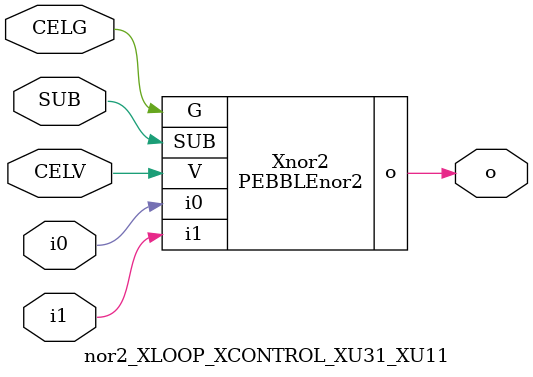
<source format=v>



module PEBBLEnor2 ( o, G, SUB, V, i0, i1 );

  input i0;
  input V;
  input i1;
  input G;
  output o;
  input SUB;
endmodule

//Celera Confidential Do Not Copy nor2_XLOOP_XCONTROL_XU31_XU11
//Celera Confidential Symbol Generator
//nor2
module nor2_XLOOP_XCONTROL_XU31_XU11 (CELV,CELG,i0,i1,o,SUB);
input CELV;
input CELG;
input i0;
input i1;
input SUB;
output o;

//Celera Confidential Do Not Copy nor2
PEBBLEnor2 Xnor2(
.V (CELV),
.i0 (i0),
.i1 (i1),
.o (o),
.SUB (SUB),
.G (CELG)
);
//,diesize,PEBBLEnor2

//Celera Confidential Do Not Copy Module End
//Celera Schematic Generator
endmodule

</source>
